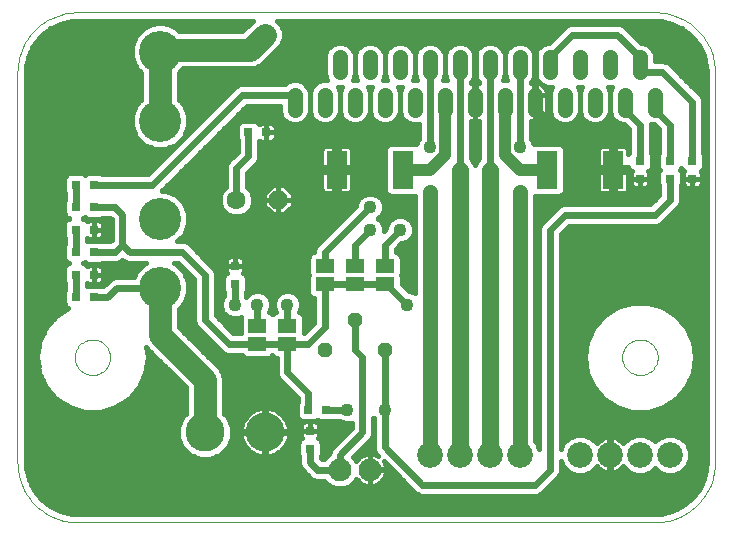
<source format=gtl>
G75*
G70*
%OFA0B0*%
%FSLAX24Y24*%
%IPPOS*%
%LPD*%
%AMOC8*
5,1,8,0,0,1.08239X$1,22.5*
%
%ADD10C,0.0000*%
%ADD11C,0.0500*%
%ADD12R,0.0300X0.0300*%
%ADD13R,0.0709X0.1260*%
%ADD14C,0.0860*%
%ADD15R,0.0630X0.0460*%
%ADD16OC8,0.0480*%
%ADD17OC8,0.0630*%
%ADD18C,0.0630*%
%ADD19C,0.0760*%
%ADD20C,0.1400*%
%ADD21C,0.1300*%
%ADD22C,0.0160*%
%ADD23C,0.0240*%
%ADD24C,0.0320*%
%ADD25C,0.0436*%
%ADD26C,0.0760*%
%ADD27C,0.0400*%
%ADD28C,0.0560*%
D10*
X002680Y000680D02*
X021930Y000680D01*
X022025Y000682D01*
X022120Y000689D01*
X022215Y000700D01*
X022309Y000716D01*
X022402Y000736D01*
X022493Y000761D01*
X022584Y000790D01*
X022673Y000823D01*
X022761Y000861D01*
X022846Y000902D01*
X022930Y000948D01*
X023011Y000997D01*
X023090Y001051D01*
X023166Y001108D01*
X023240Y001169D01*
X023310Y001233D01*
X023377Y001300D01*
X023441Y001370D01*
X023502Y001444D01*
X023559Y001520D01*
X023613Y001599D01*
X023662Y001680D01*
X023708Y001764D01*
X023749Y001849D01*
X023787Y001937D01*
X023820Y002026D01*
X023849Y002117D01*
X023874Y002208D01*
X023894Y002301D01*
X023910Y002395D01*
X023921Y002490D01*
X023928Y002585D01*
X023930Y002680D01*
X023930Y015680D01*
X023928Y015775D01*
X023921Y015870D01*
X023910Y015965D01*
X023894Y016059D01*
X023874Y016152D01*
X023849Y016243D01*
X023820Y016334D01*
X023787Y016423D01*
X023749Y016511D01*
X023708Y016596D01*
X023662Y016680D01*
X023613Y016761D01*
X023559Y016840D01*
X023502Y016916D01*
X023441Y016990D01*
X023377Y017060D01*
X023310Y017127D01*
X023240Y017191D01*
X023166Y017252D01*
X023090Y017309D01*
X023011Y017363D01*
X022930Y017412D01*
X022846Y017458D01*
X022761Y017499D01*
X022673Y017537D01*
X022584Y017570D01*
X022493Y017599D01*
X022402Y017624D01*
X022309Y017644D01*
X022215Y017660D01*
X022120Y017671D01*
X022025Y017678D01*
X021930Y017680D01*
X002680Y017680D01*
X002585Y017678D01*
X002490Y017671D01*
X002395Y017660D01*
X002301Y017644D01*
X002208Y017624D01*
X002117Y017599D01*
X002026Y017570D01*
X001937Y017537D01*
X001849Y017499D01*
X001764Y017458D01*
X001680Y017412D01*
X001599Y017363D01*
X001520Y017309D01*
X001444Y017252D01*
X001370Y017191D01*
X001300Y017127D01*
X001233Y017060D01*
X001169Y016990D01*
X001108Y016916D01*
X001051Y016840D01*
X000997Y016761D01*
X000948Y016680D01*
X000902Y016596D01*
X000861Y016511D01*
X000823Y016423D01*
X000790Y016334D01*
X000761Y016243D01*
X000736Y016152D01*
X000716Y016059D01*
X000700Y015965D01*
X000689Y015870D01*
X000682Y015775D01*
X000680Y015680D01*
X000680Y002680D01*
X000682Y002585D01*
X000689Y002490D01*
X000700Y002395D01*
X000716Y002301D01*
X000736Y002208D01*
X000761Y002117D01*
X000790Y002026D01*
X000823Y001937D01*
X000861Y001849D01*
X000902Y001764D01*
X000948Y001680D01*
X000997Y001599D01*
X001051Y001520D01*
X001108Y001444D01*
X001169Y001370D01*
X001233Y001300D01*
X001300Y001233D01*
X001370Y001169D01*
X001444Y001108D01*
X001520Y001051D01*
X001599Y000997D01*
X001680Y000948D01*
X001764Y000902D01*
X001849Y000861D01*
X001937Y000823D01*
X002026Y000790D01*
X002117Y000761D01*
X002208Y000736D01*
X002301Y000716D01*
X002395Y000700D01*
X002490Y000689D01*
X002585Y000682D01*
X002680Y000680D01*
X002589Y006180D02*
X002591Y006228D01*
X002597Y006276D01*
X002607Y006323D01*
X002620Y006369D01*
X002638Y006414D01*
X002658Y006458D01*
X002683Y006500D01*
X002711Y006539D01*
X002741Y006576D01*
X002775Y006610D01*
X002812Y006642D01*
X002850Y006671D01*
X002891Y006696D01*
X002934Y006718D01*
X002979Y006736D01*
X003025Y006750D01*
X003072Y006761D01*
X003120Y006768D01*
X003168Y006771D01*
X003216Y006770D01*
X003264Y006765D01*
X003312Y006756D01*
X003358Y006744D01*
X003403Y006727D01*
X003447Y006707D01*
X003489Y006684D01*
X003529Y006657D01*
X003567Y006627D01*
X003602Y006594D01*
X003634Y006558D01*
X003664Y006520D01*
X003690Y006479D01*
X003712Y006436D01*
X003732Y006392D01*
X003747Y006347D01*
X003759Y006300D01*
X003767Y006252D01*
X003771Y006204D01*
X003771Y006156D01*
X003767Y006108D01*
X003759Y006060D01*
X003747Y006013D01*
X003732Y005968D01*
X003712Y005924D01*
X003690Y005881D01*
X003664Y005840D01*
X003634Y005802D01*
X003602Y005766D01*
X003567Y005733D01*
X003529Y005703D01*
X003489Y005676D01*
X003447Y005653D01*
X003403Y005633D01*
X003358Y005616D01*
X003312Y005604D01*
X003264Y005595D01*
X003216Y005590D01*
X003168Y005589D01*
X003120Y005592D01*
X003072Y005599D01*
X003025Y005610D01*
X002979Y005624D01*
X002934Y005642D01*
X002891Y005664D01*
X002850Y005689D01*
X002812Y005718D01*
X002775Y005750D01*
X002741Y005784D01*
X002711Y005821D01*
X002683Y005860D01*
X002658Y005902D01*
X002638Y005946D01*
X002620Y005991D01*
X002607Y006037D01*
X002597Y006084D01*
X002591Y006132D01*
X002589Y006180D01*
X020839Y006180D02*
X020841Y006228D01*
X020847Y006276D01*
X020857Y006323D01*
X020870Y006369D01*
X020888Y006414D01*
X020908Y006458D01*
X020933Y006500D01*
X020961Y006539D01*
X020991Y006576D01*
X021025Y006610D01*
X021062Y006642D01*
X021100Y006671D01*
X021141Y006696D01*
X021184Y006718D01*
X021229Y006736D01*
X021275Y006750D01*
X021322Y006761D01*
X021370Y006768D01*
X021418Y006771D01*
X021466Y006770D01*
X021514Y006765D01*
X021562Y006756D01*
X021608Y006744D01*
X021653Y006727D01*
X021697Y006707D01*
X021739Y006684D01*
X021779Y006657D01*
X021817Y006627D01*
X021852Y006594D01*
X021884Y006558D01*
X021914Y006520D01*
X021940Y006479D01*
X021962Y006436D01*
X021982Y006392D01*
X021997Y006347D01*
X022009Y006300D01*
X022017Y006252D01*
X022021Y006204D01*
X022021Y006156D01*
X022017Y006108D01*
X022009Y006060D01*
X021997Y006013D01*
X021982Y005968D01*
X021962Y005924D01*
X021940Y005881D01*
X021914Y005840D01*
X021884Y005802D01*
X021852Y005766D01*
X021817Y005733D01*
X021779Y005703D01*
X021739Y005676D01*
X021697Y005653D01*
X021653Y005633D01*
X021608Y005616D01*
X021562Y005604D01*
X021514Y005595D01*
X021466Y005590D01*
X021418Y005589D01*
X021370Y005592D01*
X021322Y005599D01*
X021275Y005610D01*
X021229Y005624D01*
X021184Y005642D01*
X021141Y005664D01*
X021100Y005689D01*
X021062Y005718D01*
X021025Y005750D01*
X020991Y005784D01*
X020961Y005821D01*
X020933Y005860D01*
X020908Y005902D01*
X020888Y005946D01*
X020870Y005991D01*
X020857Y006037D01*
X020847Y006084D01*
X020841Y006132D01*
X020839Y006180D01*
D11*
X017430Y002930D02*
X017430Y011680D01*
X014430Y011680D02*
X014430Y002930D01*
X013930Y014430D02*
X013930Y014930D01*
X013430Y015680D02*
X013430Y016180D01*
X012430Y016180D02*
X012430Y015680D01*
X011930Y014930D02*
X011930Y014430D01*
X010930Y014430D02*
X010930Y014930D01*
X010430Y015680D02*
X010430Y016180D01*
X011430Y016180D02*
X011430Y015680D01*
X009930Y014930D02*
X009930Y014430D01*
X012930Y014430D02*
X012930Y014930D01*
X014430Y015680D02*
X014430Y016180D01*
X015430Y016180D02*
X015430Y015680D01*
X014930Y014930D02*
X014930Y014430D01*
X015930Y014430D02*
X015930Y014930D01*
X016430Y015680D02*
X016430Y016180D01*
X017430Y016180D02*
X017430Y015680D01*
X016930Y014930D02*
X016930Y014430D01*
X017930Y014430D02*
X017930Y014930D01*
X018430Y015680D02*
X018430Y016180D01*
X019430Y016180D02*
X019430Y015680D01*
X018930Y014930D02*
X018930Y014430D01*
X019930Y014430D02*
X019930Y014930D01*
X020430Y015680D02*
X020430Y016180D01*
X021430Y016180D02*
X021430Y015680D01*
X020930Y014930D02*
X020930Y014430D01*
X021930Y014430D02*
X021930Y014930D01*
D12*
X021430Y012730D03*
X021430Y012130D03*
X022430Y012130D03*
X022430Y012730D03*
X023180Y012730D03*
X023180Y012130D03*
X010980Y004430D03*
X010380Y004430D03*
X010430Y003730D03*
X010430Y003130D03*
X003230Y008180D03*
X002630Y008180D03*
X002630Y008930D03*
X003230Y008930D03*
X003230Y009680D03*
X002630Y009680D03*
X002630Y010430D03*
X003230Y010430D03*
X003230Y011180D03*
X002630Y011180D03*
X002630Y011930D03*
X003230Y011930D03*
X007930Y009230D03*
X007930Y008630D03*
X008380Y013680D03*
X008980Y013680D03*
D13*
X011328Y012430D03*
X013532Y012430D03*
X018328Y012430D03*
X020532Y012430D03*
D14*
X020430Y002930D03*
X021430Y002930D03*
X022430Y002930D03*
X019430Y002930D03*
X017430Y002930D03*
X016430Y002930D03*
X015430Y002930D03*
X014430Y002930D03*
D15*
X009680Y006630D03*
X009680Y007230D03*
X008680Y007230D03*
X008680Y006630D03*
X010930Y008630D03*
X010930Y009230D03*
X011930Y009230D03*
X011930Y008630D03*
X012930Y008630D03*
X012930Y009230D03*
D16*
X011930Y007430D03*
X010940Y006430D03*
X012920Y006430D03*
D17*
X009380Y011430D03*
D18*
X007980Y011430D03*
D19*
X011430Y002430D03*
X012430Y002430D03*
D20*
X005430Y008493D03*
X005430Y010793D03*
X005430Y014067D03*
X005430Y016367D03*
D21*
X006930Y003680D03*
X008930Y003680D03*
D22*
X001464Y001464D02*
X001224Y001765D01*
X001057Y002112D01*
X000971Y002487D01*
X000960Y002680D01*
X000960Y015680D01*
X000971Y015873D01*
X001057Y016248D01*
X001224Y016595D01*
X001464Y016896D01*
X001765Y017136D01*
X002112Y017303D01*
X002487Y017389D01*
X002680Y017400D01*
X008523Y017400D01*
X008173Y017050D01*
X006076Y017050D01*
X005962Y017164D01*
X005617Y017307D01*
X005243Y017307D01*
X004898Y017164D01*
X004633Y016899D01*
X004490Y016554D01*
X004490Y016180D01*
X004633Y015835D01*
X004810Y015658D01*
X004810Y014776D01*
X004633Y014599D01*
X004490Y014254D01*
X004490Y013880D01*
X004633Y013535D01*
X004898Y013270D01*
X005243Y013127D01*
X005617Y013127D01*
X005962Y013270D01*
X006227Y013535D01*
X006370Y013880D01*
X006370Y014254D01*
X006227Y014599D01*
X006050Y014776D01*
X006050Y015658D01*
X006202Y015810D01*
X008553Y015810D01*
X008781Y015904D01*
X009456Y016579D01*
X009550Y016807D01*
X009550Y017053D01*
X009456Y017281D01*
X009337Y017400D01*
X021930Y017400D01*
X022123Y017389D01*
X022498Y017303D01*
X022845Y017136D01*
X023146Y016896D01*
X023386Y016595D01*
X023386Y016595D01*
X023553Y016248D01*
X023639Y015873D01*
X023650Y015680D01*
X023650Y002680D01*
X023639Y002487D01*
X023553Y002112D01*
X023386Y001765D01*
X023146Y001464D01*
X022845Y001224D01*
X022498Y001057D01*
X022123Y000971D01*
X021930Y000960D01*
X021874Y000960D01*
X002680Y000960D01*
X002487Y000971D01*
X002112Y001057D01*
X001765Y001224D01*
X001464Y001464D01*
X001484Y001448D02*
X023126Y001448D01*
X023260Y001607D02*
X018090Y001607D01*
X018134Y001625D02*
X018735Y002226D01*
X018790Y002358D01*
X018790Y002724D01*
X018862Y002550D01*
X019050Y002362D01*
X019297Y002260D01*
X019563Y002260D01*
X019810Y002362D01*
X019987Y002539D01*
X020046Y002480D01*
X020121Y002425D01*
X020204Y002383D01*
X020292Y002355D01*
X020384Y002340D01*
X020402Y002340D01*
X020402Y002902D01*
X020458Y002902D01*
X020458Y002340D01*
X020476Y002340D01*
X020568Y002355D01*
X020656Y002383D01*
X020739Y002425D01*
X020814Y002480D01*
X020873Y002539D01*
X021050Y002362D01*
X021297Y002260D01*
X021563Y002260D01*
X021810Y002362D01*
X021930Y002482D01*
X022050Y002362D01*
X022297Y002260D01*
X022563Y002260D01*
X022810Y002362D01*
X022998Y002550D01*
X023100Y002797D01*
X023100Y003063D01*
X022998Y003310D01*
X022810Y003498D01*
X022563Y003600D01*
X022297Y003600D01*
X022050Y003498D01*
X021930Y003378D01*
X021810Y003498D01*
X021563Y003600D01*
X021297Y003600D01*
X021050Y003498D01*
X020873Y003321D01*
X020814Y003380D01*
X020739Y003435D01*
X020656Y003477D01*
X020568Y003505D01*
X020476Y003520D01*
X020458Y003520D01*
X020458Y002958D01*
X020402Y002958D01*
X020402Y003520D01*
X020384Y003520D01*
X020292Y003505D01*
X020204Y003477D01*
X020121Y003435D01*
X020046Y003380D01*
X019987Y003321D01*
X019810Y003498D01*
X019563Y003600D01*
X019297Y003600D01*
X019050Y003498D01*
X018862Y003310D01*
X018790Y003136D01*
X018790Y010281D01*
X019079Y010570D01*
X022002Y010570D01*
X022134Y010625D01*
X022634Y011125D01*
X022735Y011226D01*
X022790Y011358D01*
X022790Y011860D01*
X022820Y011932D01*
X022820Y012328D01*
X022783Y012416D01*
X022769Y012430D01*
X022783Y012444D01*
X022805Y012496D01*
X022827Y012444D01*
X022894Y012377D01*
X022900Y012374D01*
X022881Y012342D01*
X022870Y012301D01*
X022870Y012130D01*
X023180Y012130D01*
X023490Y012130D01*
X023490Y012301D01*
X023479Y012342D01*
X023460Y012374D01*
X023466Y012377D01*
X023533Y012444D01*
X023570Y012532D01*
X023570Y012928D01*
X023540Y013000D01*
X023540Y014752D01*
X023485Y014884D01*
X022485Y015884D01*
X022384Y015985D01*
X022252Y016040D01*
X021920Y016040D01*
X021920Y016277D01*
X021845Y016458D01*
X021708Y016595D01*
X021527Y016670D01*
X021449Y016670D01*
X020985Y017134D01*
X020884Y017235D01*
X020752Y017290D01*
X019108Y017290D01*
X018976Y017235D01*
X018411Y016670D01*
X018333Y016670D01*
X018152Y016595D01*
X018015Y016458D01*
X017940Y016277D01*
X017940Y015583D01*
X018015Y015402D01*
X018128Y015290D01*
X018087Y015310D01*
X018026Y015330D01*
X017962Y015340D01*
X017930Y015340D01*
X017930Y014930D01*
X017930Y014930D01*
X018340Y014930D01*
X018340Y014962D01*
X018330Y015026D01*
X018310Y015087D01*
X018281Y015145D01*
X018243Y015197D01*
X018197Y015243D01*
X018186Y015251D01*
X018333Y015190D01*
X018507Y015190D01*
X018440Y015027D01*
X018440Y014333D01*
X018515Y014152D01*
X018652Y014015D01*
X018833Y013940D01*
X019027Y013940D01*
X019208Y014015D01*
X019345Y014152D01*
X019420Y014333D01*
X019420Y015027D01*
X019353Y015190D01*
X019507Y015190D01*
X019440Y015027D01*
X019440Y014333D01*
X019515Y014152D01*
X019652Y014015D01*
X019833Y013940D01*
X020027Y013940D01*
X020208Y014015D01*
X020345Y014152D01*
X020420Y014333D01*
X020420Y015027D01*
X020353Y015190D01*
X020507Y015190D01*
X020440Y015027D01*
X020440Y014333D01*
X020515Y014152D01*
X020652Y014015D01*
X020833Y013940D01*
X020911Y013940D01*
X021070Y013781D01*
X021070Y013000D01*
X021047Y012944D01*
X021047Y013081D01*
X021036Y013122D01*
X021015Y013158D01*
X020985Y013188D01*
X020948Y013209D01*
X020908Y013220D01*
X020612Y013220D01*
X020612Y012510D01*
X020452Y012510D01*
X020452Y012350D01*
X020018Y012350D01*
X020018Y011779D01*
X020029Y011738D01*
X020050Y011702D01*
X020080Y011672D01*
X020116Y011651D01*
X020157Y011640D01*
X020452Y011640D01*
X020452Y012350D01*
X020612Y012350D01*
X020612Y011640D01*
X020908Y011640D01*
X020948Y011651D01*
X020985Y011672D01*
X021015Y011702D01*
X021036Y011738D01*
X021047Y011779D01*
X021047Y012350D01*
X020612Y012350D01*
X020612Y012510D01*
X021047Y012510D01*
X021047Y012516D01*
X021077Y012444D01*
X021144Y012377D01*
X021150Y012374D01*
X021131Y012342D01*
X021120Y012301D01*
X021120Y012130D01*
X021430Y012130D01*
X021740Y012130D01*
X021740Y012301D01*
X021729Y012342D01*
X021710Y012374D01*
X021716Y012377D01*
X021783Y012444D01*
X021820Y012532D01*
X021820Y012928D01*
X021790Y013000D01*
X021790Y013958D01*
X021833Y013940D01*
X021911Y013940D01*
X022070Y013781D01*
X022070Y013000D01*
X022040Y012928D01*
X022040Y012532D01*
X022077Y012444D01*
X022091Y012430D01*
X022077Y012416D01*
X022040Y012328D01*
X022040Y011932D01*
X022070Y011860D01*
X022070Y011579D01*
X021781Y011290D01*
X018858Y011290D01*
X018726Y011235D01*
X018625Y011134D01*
X018625Y011134D01*
X018125Y010634D01*
X018070Y010502D01*
X018070Y003136D01*
X017998Y003310D01*
X017920Y003388D01*
X017920Y011562D01*
X017926Y011560D01*
X018730Y011560D01*
X018818Y011597D01*
X018885Y011664D01*
X018922Y011752D01*
X018922Y013108D01*
X018885Y013196D01*
X018818Y013263D01*
X018730Y013300D01*
X017926Y013300D01*
X017883Y013282D01*
X017818Y013439D01*
X017790Y013468D01*
X017790Y014044D01*
X017834Y014030D01*
X017898Y014020D01*
X017930Y014020D01*
X017962Y014020D01*
X018026Y014030D01*
X018087Y014050D01*
X018145Y014079D01*
X018197Y014117D01*
X018243Y014163D01*
X018281Y014215D01*
X018310Y014273D01*
X018330Y014334D01*
X018340Y014398D01*
X018340Y014930D01*
X017930Y014930D01*
X017930Y014930D01*
X017930Y015340D01*
X017898Y015340D01*
X017834Y015330D01*
X017790Y015316D01*
X017790Y015347D01*
X017845Y015402D01*
X017920Y015583D01*
X017920Y016277D01*
X017845Y016458D01*
X017708Y016595D01*
X017527Y016670D01*
X017333Y016670D01*
X017152Y016595D01*
X017015Y016458D01*
X016940Y016277D01*
X016940Y015583D01*
X017007Y015420D01*
X016853Y015420D01*
X016920Y015583D01*
X016920Y016277D01*
X016845Y016458D01*
X016708Y016595D01*
X016527Y016670D01*
X016333Y016670D01*
X016152Y016595D01*
X016015Y016458D01*
X015940Y016277D01*
X015940Y015583D01*
X016015Y015402D01*
X016070Y015347D01*
X016070Y015316D01*
X016026Y015330D01*
X015962Y015340D01*
X015930Y015340D01*
X015930Y014930D01*
X015930Y014930D01*
X015930Y015340D01*
X015898Y015340D01*
X015834Y015330D01*
X015790Y015316D01*
X015790Y015347D01*
X015845Y015402D01*
X015920Y015583D01*
X015920Y016277D01*
X015845Y016458D01*
X015708Y016595D01*
X015527Y016670D01*
X015333Y016670D01*
X015152Y016595D01*
X015015Y016458D01*
X014940Y016277D01*
X014940Y015583D01*
X015007Y015420D01*
X014853Y015420D01*
X014920Y015583D01*
X014920Y016277D01*
X014845Y016458D01*
X014708Y016595D01*
X014527Y016670D01*
X014333Y016670D01*
X014152Y016595D01*
X014015Y016458D01*
X013940Y016277D01*
X013940Y015583D01*
X014007Y015420D01*
X013853Y015420D01*
X013920Y015583D01*
X013920Y016277D01*
X013845Y016458D01*
X013708Y016595D01*
X013527Y016670D01*
X013333Y016670D01*
X013152Y016595D01*
X013015Y016458D01*
X012940Y016277D01*
X012940Y015583D01*
X013007Y015420D01*
X012853Y015420D01*
X012920Y015583D01*
X012920Y016277D01*
X012845Y016458D01*
X012708Y016595D01*
X012527Y016670D01*
X012333Y016670D01*
X012152Y016595D01*
X012015Y016458D01*
X011940Y016277D01*
X011940Y015583D01*
X012007Y015420D01*
X011853Y015420D01*
X011920Y015583D01*
X011920Y016277D01*
X011845Y016458D01*
X011708Y016595D01*
X011527Y016670D01*
X011333Y016670D01*
X011152Y016595D01*
X011015Y016458D01*
X010940Y016277D01*
X010940Y015583D01*
X011007Y015420D01*
X010833Y015420D01*
X010652Y015345D01*
X010515Y015208D01*
X010440Y015027D01*
X010440Y014333D01*
X010515Y014152D01*
X010652Y014015D01*
X010833Y013940D01*
X011027Y013940D01*
X011208Y014015D01*
X011345Y014152D01*
X011420Y014333D01*
X011420Y015027D01*
X011353Y015190D01*
X011507Y015190D01*
X011440Y015027D01*
X011440Y014333D01*
X011515Y014152D01*
X011652Y014015D01*
X011833Y013940D01*
X012027Y013940D01*
X012208Y014015D01*
X012345Y014152D01*
X012420Y014333D01*
X012420Y015027D01*
X012353Y015190D01*
X012507Y015190D01*
X012440Y015027D01*
X012440Y014333D01*
X012515Y014152D01*
X012652Y014015D01*
X012833Y013940D01*
X013027Y013940D01*
X013208Y014015D01*
X013345Y014152D01*
X013420Y014333D01*
X013420Y015027D01*
X013353Y015190D01*
X013507Y015190D01*
X013440Y015027D01*
X013440Y014333D01*
X013515Y014152D01*
X013652Y014015D01*
X013833Y013940D01*
X014027Y013940D01*
X014070Y013958D01*
X014070Y013468D01*
X014042Y013439D01*
X013977Y013282D01*
X013934Y013300D01*
X013130Y013300D01*
X013042Y013263D01*
X012975Y013196D01*
X012938Y013108D01*
X012938Y011752D01*
X012975Y011664D01*
X013042Y011597D01*
X013130Y011560D01*
X013934Y011560D01*
X013940Y011562D01*
X013940Y008318D01*
X013939Y008318D01*
X013771Y008388D01*
X013731Y008388D01*
X013485Y008634D01*
X013485Y008908D01*
X013476Y008930D01*
X013485Y008952D01*
X013485Y009508D01*
X013448Y009596D01*
X013381Y009663D01*
X013293Y009700D01*
X013290Y009700D01*
X013290Y009781D01*
X013481Y009972D01*
X013521Y009972D01*
X013689Y010042D01*
X013818Y010171D01*
X013888Y010339D01*
X013888Y010521D01*
X013818Y010689D01*
X013689Y010818D01*
X013521Y010888D01*
X013339Y010888D01*
X013171Y010818D01*
X013042Y010689D01*
X012972Y010521D01*
X012972Y010481D01*
X012888Y010397D01*
X012888Y010521D01*
X012818Y010689D01*
X012703Y010805D01*
X012818Y010921D01*
X012888Y011089D01*
X012888Y011271D01*
X012818Y011439D01*
X012689Y011568D01*
X012521Y011638D01*
X012339Y011638D01*
X012171Y011568D01*
X012042Y011439D01*
X011972Y011271D01*
X011972Y011231D01*
X010625Y009884D01*
X010570Y009752D01*
X010570Y009700D01*
X010567Y009700D01*
X010479Y009663D01*
X010412Y009596D01*
X010375Y009508D01*
X010375Y008952D01*
X010384Y008930D01*
X010375Y008908D01*
X010375Y008352D01*
X010412Y008264D01*
X010479Y008197D01*
X010567Y008160D01*
X010570Y008160D01*
X010570Y007329D01*
X010235Y006994D01*
X010235Y007508D01*
X010198Y007596D01*
X010131Y007663D01*
X010075Y007687D01*
X010138Y007839D01*
X010138Y008021D01*
X010068Y008189D01*
X009939Y008318D01*
X009771Y008388D01*
X009589Y008388D01*
X009421Y008318D01*
X009292Y008189D01*
X009222Y008021D01*
X009222Y007839D01*
X009285Y007687D01*
X009229Y007663D01*
X009180Y007614D01*
X009131Y007663D01*
X009075Y007687D01*
X009138Y007839D01*
X009138Y008021D01*
X009068Y008189D01*
X008939Y008318D01*
X008771Y008388D01*
X008589Y008388D01*
X008421Y008318D01*
X008305Y008203D01*
X008290Y008218D01*
X008290Y008360D01*
X008320Y008432D01*
X008320Y008828D01*
X008283Y008916D01*
X008216Y008983D01*
X008210Y008986D01*
X008229Y009018D01*
X008240Y009059D01*
X008240Y009230D01*
X008240Y009401D01*
X008229Y009442D01*
X008208Y009478D01*
X008178Y009508D01*
X008142Y009529D01*
X008101Y009540D01*
X007930Y009540D01*
X007930Y009230D01*
X007930Y009230D01*
X008240Y009230D01*
X007930Y009230D01*
X007930Y009230D01*
X007930Y009230D01*
X007620Y009230D01*
X007620Y009401D01*
X007631Y009442D01*
X007652Y009478D01*
X007682Y009508D01*
X007718Y009529D01*
X007759Y009540D01*
X007930Y009540D01*
X007930Y009230D01*
X007620Y009230D01*
X007620Y009059D01*
X007631Y009018D01*
X007650Y008986D01*
X007644Y008983D01*
X007577Y008916D01*
X007540Y008828D01*
X007540Y008432D01*
X007570Y008360D01*
X007570Y008218D01*
X007542Y008189D01*
X007472Y008021D01*
X007472Y007839D01*
X007542Y007671D01*
X007671Y007542D01*
X007839Y007472D01*
X008021Y007472D01*
X008129Y007516D01*
X008125Y007508D01*
X008125Y006990D01*
X007879Y006990D01*
X007290Y007579D01*
X007290Y009002D01*
X007235Y009134D01*
X006485Y009884D01*
X006384Y009985D01*
X006252Y010040D01*
X006006Y010040D01*
X006227Y010261D01*
X006370Y010606D01*
X006370Y010980D01*
X006227Y011325D01*
X005962Y011590D01*
X005617Y011733D01*
X005492Y011733D01*
X008329Y014570D01*
X009440Y014570D01*
X009440Y014333D01*
X009515Y014152D01*
X009652Y014015D01*
X009833Y013940D01*
X010027Y013940D01*
X010208Y014015D01*
X010345Y014152D01*
X010420Y014333D01*
X010420Y015027D01*
X010345Y015208D01*
X010208Y015345D01*
X010027Y015420D01*
X009833Y015420D01*
X009652Y015345D01*
X009597Y015290D01*
X008108Y015290D01*
X007976Y015235D01*
X007875Y015134D01*
X005031Y012290D01*
X003500Y012290D01*
X003428Y012320D01*
X003032Y012320D01*
X002944Y012283D01*
X002930Y012269D01*
X002916Y012283D01*
X002828Y012320D01*
X002432Y012320D01*
X002344Y012283D01*
X002277Y012216D01*
X002240Y012128D01*
X002240Y011732D01*
X002270Y011660D01*
X002270Y011450D01*
X002240Y011378D01*
X002240Y010982D01*
X002277Y010894D01*
X002344Y010827D01*
X002396Y010805D01*
X002344Y010783D01*
X002277Y010716D01*
X002240Y010628D01*
X002240Y010232D01*
X002270Y010160D01*
X002270Y009950D01*
X002240Y009878D01*
X002240Y009482D01*
X002277Y009394D01*
X002344Y009327D01*
X002396Y009305D01*
X002344Y009283D01*
X002277Y009216D01*
X002240Y009128D01*
X002240Y008732D01*
X002270Y008660D01*
X002270Y008450D01*
X002240Y008378D01*
X002240Y007982D01*
X002277Y007894D01*
X002344Y007827D01*
X002362Y007819D01*
X001975Y007571D01*
X001975Y007571D01*
X001975Y007571D01*
X001632Y007175D01*
X001415Y006698D01*
X001340Y006180D01*
X001340Y006180D01*
X001415Y005662D01*
X001415Y005662D01*
X001632Y005185D01*
X001975Y004789D01*
X001975Y004789D01*
X002416Y004506D01*
X002918Y004359D01*
X003442Y004359D01*
X003944Y004506D01*
X003944Y004506D01*
X004385Y004789D01*
X004385Y004789D01*
X004385Y004789D01*
X004728Y005185D01*
X004728Y005185D01*
X004945Y005662D01*
X005020Y006180D01*
X004972Y006511D01*
X005079Y006404D01*
X006310Y005173D01*
X006310Y004319D01*
X006175Y004184D01*
X006040Y003857D01*
X006040Y003503D01*
X006175Y003176D01*
X006426Y002925D01*
X006753Y002790D01*
X007107Y002790D01*
X007434Y002925D01*
X007685Y003176D01*
X007820Y003503D01*
X007820Y003857D01*
X007685Y004184D01*
X007550Y004319D01*
X007550Y005553D01*
X007456Y005781D01*
X006050Y007187D01*
X006050Y007784D01*
X006227Y007961D01*
X006370Y008306D01*
X006370Y008680D01*
X006227Y009025D01*
X005962Y009290D01*
X005890Y009320D01*
X006031Y009320D01*
X006570Y008781D01*
X006570Y007358D01*
X006625Y007226D01*
X006726Y007125D01*
X007526Y006325D01*
X007658Y006270D01*
X008159Y006270D01*
X008162Y006264D01*
X008229Y006197D01*
X008317Y006160D01*
X009043Y006160D01*
X009131Y006197D01*
X009180Y006246D01*
X009229Y006197D01*
X009317Y006160D01*
X009320Y006160D01*
X009320Y005608D01*
X009375Y005476D01*
X010020Y004831D01*
X010020Y004700D01*
X009990Y004628D01*
X009990Y004232D01*
X010027Y004144D01*
X010094Y004077D01*
X010182Y004040D01*
X010578Y004040D01*
X010666Y004077D01*
X010680Y004091D01*
X010694Y004077D01*
X010782Y004040D01*
X011178Y004040D01*
X011250Y004070D01*
X011392Y004070D01*
X011421Y004042D01*
X011589Y003972D01*
X011771Y003972D01*
X011820Y003992D01*
X011820Y003829D01*
X011125Y003134D01*
X011070Y003002D01*
X011070Y002947D01*
X010913Y002790D01*
X010829Y002790D01*
X010790Y002829D01*
X010790Y002860D01*
X010820Y002932D01*
X010820Y003328D01*
X010783Y003416D01*
X010716Y003483D01*
X010710Y003486D01*
X010729Y003518D01*
X010740Y003559D01*
X010740Y003730D01*
X010740Y003901D01*
X010729Y003942D01*
X010708Y003978D01*
X010678Y004008D01*
X010642Y004029D01*
X010601Y004040D01*
X010430Y004040D01*
X010430Y003730D01*
X010430Y003730D01*
X010740Y003730D01*
X010430Y003730D01*
X010430Y003730D01*
X010430Y003730D01*
X010120Y003730D01*
X010120Y003901D01*
X010131Y003942D01*
X010152Y003978D01*
X010182Y004008D01*
X010218Y004029D01*
X010259Y004040D01*
X010430Y004040D01*
X010430Y003730D01*
X010120Y003730D01*
X010120Y003559D01*
X010131Y003518D01*
X010150Y003486D01*
X010144Y003483D01*
X010077Y003416D01*
X010040Y003328D01*
X010040Y002932D01*
X010070Y002860D01*
X010070Y002608D01*
X010125Y002476D01*
X010375Y002226D01*
X010476Y002125D01*
X010608Y002070D01*
X010913Y002070D01*
X011079Y001904D01*
X011307Y001810D01*
X011553Y001810D01*
X011781Y001904D01*
X011956Y002079D01*
X011978Y002133D01*
X012018Y002078D01*
X012078Y002018D01*
X012147Y001968D01*
X012223Y001930D01*
X012304Y001903D01*
X012388Y001890D01*
X012421Y001890D01*
X012421Y002421D01*
X012439Y002421D01*
X012439Y002439D01*
X012970Y002439D01*
X012970Y002472D01*
X012957Y002556D01*
X012930Y002637D01*
X012896Y002705D01*
X013875Y001726D01*
X013976Y001625D01*
X014108Y001570D01*
X018002Y001570D01*
X018134Y001625D01*
X018274Y001765D02*
X023386Y001765D01*
X023463Y001924D02*
X018433Y001924D01*
X018591Y002082D02*
X023539Y002082D01*
X023583Y002241D02*
X018741Y002241D01*
X018790Y002399D02*
X019013Y002399D01*
X018859Y002558D02*
X018790Y002558D01*
X018790Y002716D02*
X018793Y002716D01*
X018790Y003192D02*
X018813Y003192D01*
X018790Y003350D02*
X018902Y003350D01*
X018790Y003509D02*
X019076Y003509D01*
X018790Y003667D02*
X023650Y003667D01*
X023650Y003509D02*
X022784Y003509D01*
X022958Y003350D02*
X023650Y003350D01*
X023650Y003192D02*
X023047Y003192D01*
X023100Y003033D02*
X023650Y003033D01*
X023650Y002875D02*
X023100Y002875D01*
X023067Y002716D02*
X023650Y002716D01*
X023643Y002558D02*
X023001Y002558D01*
X022847Y002399D02*
X023619Y002399D01*
X022928Y001290D02*
X001682Y001290D01*
X001957Y001131D02*
X022653Y001131D01*
X022130Y000973D02*
X002480Y000973D01*
X001350Y001607D02*
X014020Y001607D01*
X013836Y001765D02*
X001224Y001765D01*
X001147Y001924D02*
X011060Y001924D01*
X010579Y002082D02*
X001071Y002082D01*
X001027Y002241D02*
X010360Y002241D01*
X010202Y002399D02*
X000991Y002399D01*
X000967Y002558D02*
X010091Y002558D01*
X010070Y002716D02*
X000960Y002716D01*
X000960Y002875D02*
X006549Y002875D01*
X006318Y003033D02*
X000960Y003033D01*
X000960Y003192D02*
X006169Y003192D01*
X006103Y003350D02*
X000960Y003350D01*
X000960Y003509D02*
X006040Y003509D01*
X006040Y003667D02*
X000960Y003667D01*
X000960Y003826D02*
X006040Y003826D01*
X006093Y003984D02*
X000960Y003984D01*
X000960Y004143D02*
X006158Y004143D01*
X006292Y004301D02*
X000960Y004301D01*
X000960Y004460D02*
X002575Y004460D01*
X002416Y004506D02*
X002416Y004506D01*
X002242Y004618D02*
X000960Y004618D01*
X000960Y004777D02*
X001995Y004777D01*
X001849Y004935D02*
X000960Y004935D01*
X000960Y005094D02*
X001712Y005094D01*
X001632Y005185D02*
X001632Y005185D01*
X001602Y005252D02*
X000960Y005252D01*
X000960Y005411D02*
X001529Y005411D01*
X001457Y005569D02*
X000960Y005569D01*
X000960Y005728D02*
X001405Y005728D01*
X001382Y005886D02*
X000960Y005886D01*
X000960Y006045D02*
X001359Y006045D01*
X001343Y006203D02*
X000960Y006203D01*
X000960Y006362D02*
X001366Y006362D01*
X001389Y006520D02*
X000960Y006520D01*
X000960Y006679D02*
X001412Y006679D01*
X001415Y006698D02*
X001415Y006698D01*
X001478Y006837D02*
X000960Y006837D01*
X000960Y006996D02*
X001550Y006996D01*
X001623Y007154D02*
X000960Y007154D01*
X000960Y007313D02*
X001751Y007313D01*
X001632Y007175D02*
X001632Y007175D01*
X001889Y007471D02*
X000960Y007471D01*
X000960Y007630D02*
X002067Y007630D01*
X002313Y007788D02*
X000960Y007788D01*
X000960Y007947D02*
X002255Y007947D01*
X002240Y008105D02*
X000960Y008105D01*
X000960Y008264D02*
X002240Y008264D01*
X002258Y008422D02*
X000960Y008422D01*
X000960Y008581D02*
X002270Y008581D01*
X002240Y008739D02*
X000960Y008739D01*
X000960Y008898D02*
X002240Y008898D01*
X002240Y009056D02*
X000960Y009056D01*
X000960Y009215D02*
X002276Y009215D01*
X002298Y009373D02*
X000960Y009373D01*
X000960Y009532D02*
X002240Y009532D01*
X002240Y009690D02*
X000960Y009690D01*
X000960Y009849D02*
X002240Y009849D01*
X002270Y010007D02*
X000960Y010007D01*
X000960Y010166D02*
X002268Y010166D01*
X002240Y010324D02*
X000960Y010324D01*
X000960Y010483D02*
X002240Y010483D01*
X002246Y010641D02*
X000960Y010641D01*
X000960Y010800D02*
X002383Y010800D01*
X002250Y010958D02*
X000960Y010958D01*
X000960Y011117D02*
X002240Y011117D01*
X002240Y011275D02*
X000960Y011275D01*
X000960Y011434D02*
X002263Y011434D01*
X002270Y011592D02*
X000960Y011592D01*
X000960Y011751D02*
X002240Y011751D01*
X002240Y011909D02*
X000960Y011909D01*
X000960Y012068D02*
X002240Y012068D01*
X002287Y012226D02*
X000960Y012226D01*
X000960Y012385D02*
X005125Y012385D01*
X005284Y012543D02*
X000960Y012543D01*
X000960Y012702D02*
X005442Y012702D01*
X005601Y012860D02*
X000960Y012860D01*
X000960Y013019D02*
X005759Y013019D01*
X005738Y013177D02*
X005918Y013177D01*
X006028Y013336D02*
X006076Y013336D01*
X006186Y013494D02*
X006235Y013494D01*
X006276Y013653D02*
X006393Y013653D01*
X006341Y013811D02*
X006552Y013811D01*
X006710Y013970D02*
X006370Y013970D01*
X006370Y014128D02*
X006869Y014128D01*
X007027Y014287D02*
X006357Y014287D01*
X006291Y014445D02*
X007186Y014445D01*
X007344Y014604D02*
X006223Y014604D01*
X006064Y014762D02*
X007503Y014762D01*
X007661Y014921D02*
X006050Y014921D01*
X006050Y015079D02*
X007820Y015079D01*
X007982Y015238D02*
X006050Y015238D01*
X006050Y015396D02*
X009775Y015396D01*
X010085Y015396D02*
X010775Y015396D01*
X010952Y015555D02*
X006050Y015555D01*
X006105Y015713D02*
X010940Y015713D01*
X010940Y015872D02*
X008702Y015872D01*
X008907Y016030D02*
X010940Y016030D01*
X010940Y016189D02*
X009065Y016189D01*
X009224Y016347D02*
X010969Y016347D01*
X011063Y016506D02*
X009382Y016506D01*
X009491Y016664D02*
X011318Y016664D01*
X011542Y016664D02*
X012318Y016664D01*
X012542Y016664D02*
X013318Y016664D01*
X013542Y016664D02*
X014318Y016664D01*
X014542Y016664D02*
X015318Y016664D01*
X015542Y016664D02*
X016318Y016664D01*
X016542Y016664D02*
X017318Y016664D01*
X017542Y016664D02*
X018318Y016664D01*
X018563Y016823D02*
X009550Y016823D01*
X009550Y016981D02*
X018722Y016981D01*
X018880Y017140D02*
X009514Y017140D01*
X009439Y017298D02*
X022509Y017298D01*
X022839Y017140D02*
X020980Y017140D01*
X021138Y016981D02*
X023040Y016981D01*
X023205Y016823D02*
X021297Y016823D01*
X021542Y016664D02*
X023331Y016664D01*
X023430Y016506D02*
X021797Y016506D01*
X021891Y016347D02*
X023506Y016347D01*
X023567Y016189D02*
X021920Y016189D01*
X022276Y016030D02*
X023603Y016030D01*
X023639Y015872D02*
X022498Y015872D01*
X022656Y015713D02*
X023648Y015713D01*
X023650Y015555D02*
X022815Y015555D01*
X022973Y015396D02*
X023650Y015396D01*
X023650Y015238D02*
X023132Y015238D01*
X023290Y015079D02*
X023650Y015079D01*
X023650Y014921D02*
X023449Y014921D01*
X023536Y014762D02*
X023650Y014762D01*
X023650Y014604D02*
X023540Y014604D01*
X023540Y014445D02*
X023650Y014445D01*
X023650Y014287D02*
X023540Y014287D01*
X023540Y014128D02*
X023650Y014128D01*
X023650Y013970D02*
X023540Y013970D01*
X023540Y013811D02*
X023650Y013811D01*
X023650Y013653D02*
X023540Y013653D01*
X023540Y013494D02*
X023650Y013494D01*
X023650Y013336D02*
X023540Y013336D01*
X023540Y013177D02*
X023650Y013177D01*
X023650Y013019D02*
X023540Y013019D01*
X023570Y012860D02*
X023650Y012860D01*
X023650Y012702D02*
X023570Y012702D01*
X023570Y012543D02*
X023650Y012543D01*
X023650Y012385D02*
X023474Y012385D01*
X023490Y012226D02*
X023650Y012226D01*
X023650Y012068D02*
X023490Y012068D01*
X023490Y012130D02*
X023490Y011959D01*
X023479Y011918D01*
X023458Y011882D01*
X023428Y011852D01*
X023392Y011831D01*
X023351Y011820D01*
X023180Y011820D01*
X023180Y012130D01*
X023180Y012130D01*
X023490Y012130D01*
X023180Y012130D02*
X023180Y012130D01*
X023180Y012130D01*
X023180Y011820D01*
X023009Y011820D01*
X022968Y011831D01*
X022932Y011852D01*
X022902Y011882D01*
X022881Y011918D01*
X022870Y011959D01*
X022870Y012130D01*
X023180Y012130D01*
X023180Y012068D02*
X023180Y012068D01*
X023180Y011909D02*
X023180Y011909D01*
X023474Y011909D02*
X023650Y011909D01*
X023650Y011751D02*
X022790Y011751D01*
X022790Y011592D02*
X023650Y011592D01*
X023650Y011434D02*
X022790Y011434D01*
X022755Y011275D02*
X023650Y011275D01*
X023650Y011117D02*
X022626Y011117D01*
X022467Y010958D02*
X023650Y010958D01*
X023650Y010800D02*
X022309Y010800D01*
X022150Y010641D02*
X023650Y010641D01*
X023650Y010483D02*
X018992Y010483D01*
X018833Y010324D02*
X023650Y010324D01*
X023650Y010166D02*
X018790Y010166D01*
X018790Y010007D02*
X023650Y010007D01*
X023650Y009849D02*
X018790Y009849D01*
X018790Y009690D02*
X023650Y009690D01*
X023650Y009532D02*
X018790Y009532D01*
X018790Y009373D02*
X023650Y009373D01*
X023650Y009215D02*
X018790Y009215D01*
X018790Y009056D02*
X023650Y009056D01*
X023650Y008898D02*
X018790Y008898D01*
X018790Y008739D02*
X023650Y008739D01*
X023650Y008581D02*
X018790Y008581D01*
X018790Y008422D02*
X023650Y008422D01*
X023650Y008264D02*
X018790Y008264D01*
X018790Y008105D02*
X023650Y008105D01*
X023650Y007947D02*
X021878Y007947D01*
X021692Y008001D02*
X021168Y008001D01*
X020666Y007854D01*
X020666Y007854D01*
X020225Y007571D01*
X020225Y007571D01*
X020225Y007571D01*
X019882Y007175D01*
X019665Y006698D01*
X019590Y006180D01*
X019590Y006180D01*
X019665Y005662D01*
X019665Y005662D01*
X019882Y005185D01*
X020225Y004789D01*
X020225Y004789D01*
X020666Y004506D01*
X021168Y004359D01*
X021692Y004359D01*
X022194Y004506D01*
X022194Y004506D01*
X022635Y004789D01*
X022635Y004789D01*
X022635Y004789D01*
X022978Y005185D01*
X022978Y005185D01*
X023195Y005662D01*
X023270Y006180D01*
X023195Y006698D01*
X022978Y007175D01*
X022635Y007571D01*
X022194Y007854D01*
X021692Y008001D01*
X022194Y007854D02*
X022194Y007854D01*
X022297Y007788D02*
X023650Y007788D01*
X023650Y007630D02*
X022543Y007630D01*
X022635Y007571D02*
X022635Y007571D01*
X022721Y007471D02*
X023650Y007471D01*
X023650Y007313D02*
X022859Y007313D01*
X022978Y007175D02*
X022978Y007175D01*
X022987Y007154D02*
X023650Y007154D01*
X023650Y006996D02*
X023060Y006996D01*
X023132Y006837D02*
X023650Y006837D01*
X023650Y006679D02*
X023198Y006679D01*
X023195Y006698D02*
X023195Y006698D01*
X023221Y006520D02*
X023650Y006520D01*
X023650Y006362D02*
X023244Y006362D01*
X023267Y006203D02*
X023650Y006203D01*
X023650Y006045D02*
X023251Y006045D01*
X023228Y005886D02*
X023650Y005886D01*
X023650Y005728D02*
X023205Y005728D01*
X023195Y005662D02*
X023195Y005662D01*
X023153Y005569D02*
X023650Y005569D01*
X023650Y005411D02*
X023081Y005411D01*
X023008Y005252D02*
X023650Y005252D01*
X023650Y005094D02*
X022898Y005094D01*
X022761Y004935D02*
X023650Y004935D01*
X023650Y004777D02*
X022615Y004777D01*
X022368Y004618D02*
X023650Y004618D01*
X023650Y004460D02*
X022035Y004460D01*
X022076Y003509D02*
X021784Y003509D01*
X021076Y003509D02*
X020549Y003509D01*
X020458Y003509D02*
X020402Y003509D01*
X020311Y003509D02*
X019784Y003509D01*
X019958Y003350D02*
X020016Y003350D01*
X020402Y003350D02*
X020458Y003350D01*
X020458Y003192D02*
X020402Y003192D01*
X020402Y003033D02*
X020458Y003033D01*
X020458Y002875D02*
X020402Y002875D01*
X020402Y002716D02*
X020458Y002716D01*
X020458Y002558D02*
X020402Y002558D01*
X020402Y002399D02*
X020458Y002399D01*
X020687Y002399D02*
X021013Y002399D01*
X021847Y002399D02*
X022013Y002399D01*
X020902Y003350D02*
X020844Y003350D01*
X020173Y002399D02*
X019847Y002399D01*
X018790Y003826D02*
X023650Y003826D01*
X023650Y003984D02*
X018790Y003984D01*
X018790Y004143D02*
X023650Y004143D01*
X023650Y004301D02*
X018790Y004301D01*
X018790Y004460D02*
X020825Y004460D01*
X020492Y004618D02*
X018790Y004618D01*
X018790Y004777D02*
X020245Y004777D01*
X020099Y004935D02*
X018790Y004935D01*
X018790Y005094D02*
X019962Y005094D01*
X019882Y005185D02*
X019882Y005185D01*
X019852Y005252D02*
X018790Y005252D01*
X018790Y005411D02*
X019779Y005411D01*
X019707Y005569D02*
X018790Y005569D01*
X018790Y005728D02*
X019655Y005728D01*
X019632Y005886D02*
X018790Y005886D01*
X018790Y006045D02*
X019609Y006045D01*
X019593Y006203D02*
X018790Y006203D01*
X018790Y006362D02*
X019616Y006362D01*
X019639Y006520D02*
X018790Y006520D01*
X018790Y006679D02*
X019662Y006679D01*
X019665Y006698D02*
X019665Y006698D01*
X019728Y006837D02*
X018790Y006837D01*
X018790Y006996D02*
X019800Y006996D01*
X019873Y007154D02*
X018790Y007154D01*
X018790Y007313D02*
X020001Y007313D01*
X019882Y007175D02*
X019882Y007175D01*
X020139Y007471D02*
X018790Y007471D01*
X018790Y007630D02*
X020317Y007630D01*
X020563Y007788D02*
X018790Y007788D01*
X018790Y007947D02*
X020982Y007947D01*
X018070Y007947D02*
X017920Y007947D01*
X017920Y008105D02*
X018070Y008105D01*
X018070Y008264D02*
X017920Y008264D01*
X017920Y008422D02*
X018070Y008422D01*
X018070Y008581D02*
X017920Y008581D01*
X017920Y008739D02*
X018070Y008739D01*
X018070Y008898D02*
X017920Y008898D01*
X017920Y009056D02*
X018070Y009056D01*
X018070Y009215D02*
X017920Y009215D01*
X017920Y009373D02*
X018070Y009373D01*
X018070Y009532D02*
X017920Y009532D01*
X017920Y009690D02*
X018070Y009690D01*
X018070Y009849D02*
X017920Y009849D01*
X017920Y010007D02*
X018070Y010007D01*
X018070Y010166D02*
X017920Y010166D01*
X017920Y010324D02*
X018070Y010324D01*
X018070Y010483D02*
X017920Y010483D01*
X017920Y010641D02*
X018132Y010641D01*
X018290Y010800D02*
X017920Y010800D01*
X017920Y010958D02*
X018449Y010958D01*
X018607Y011117D02*
X017920Y011117D01*
X017920Y011275D02*
X018822Y011275D01*
X018807Y011592D02*
X022070Y011592D01*
X022070Y011751D02*
X021039Y011751D01*
X021047Y011909D02*
X021136Y011909D01*
X021131Y011918D02*
X021152Y011882D01*
X021182Y011852D01*
X021218Y011831D01*
X021259Y011820D01*
X021430Y011820D01*
X021601Y011820D01*
X021642Y011831D01*
X021678Y011852D01*
X021708Y011882D01*
X021729Y011918D01*
X021740Y011959D01*
X021740Y012130D01*
X021430Y012130D01*
X021430Y012130D01*
X021430Y011820D01*
X021430Y012130D01*
X021430Y012130D01*
X021430Y012130D01*
X021120Y012130D01*
X021120Y011959D01*
X021131Y011918D01*
X021120Y012068D02*
X021047Y012068D01*
X021047Y012226D02*
X021120Y012226D01*
X021136Y012385D02*
X020612Y012385D01*
X020612Y012543D02*
X020452Y012543D01*
X020452Y012510D02*
X020452Y013220D01*
X020157Y013220D01*
X020116Y013209D01*
X020080Y013188D01*
X020050Y013158D01*
X020029Y013122D01*
X020018Y013081D01*
X020018Y012510D01*
X020452Y012510D01*
X020452Y012385D02*
X018922Y012385D01*
X018922Y012543D02*
X020018Y012543D01*
X020018Y012702D02*
X018922Y012702D01*
X018922Y012860D02*
X020018Y012860D01*
X020018Y013019D02*
X018922Y013019D01*
X018893Y013177D02*
X020069Y013177D01*
X020452Y013177D02*
X020612Y013177D01*
X020612Y013019D02*
X020452Y013019D01*
X020452Y012860D02*
X020612Y012860D01*
X020612Y012702D02*
X020452Y012702D01*
X021047Y013019D02*
X021070Y013019D01*
X021070Y013177D02*
X020996Y013177D01*
X021070Y013336D02*
X017861Y013336D01*
X017790Y013494D02*
X021070Y013494D01*
X021070Y013653D02*
X017790Y013653D01*
X017790Y013811D02*
X021040Y013811D01*
X020761Y013970D02*
X020099Y013970D01*
X020321Y014128D02*
X020539Y014128D01*
X020459Y014287D02*
X020401Y014287D01*
X020420Y014445D02*
X020440Y014445D01*
X020440Y014604D02*
X020420Y014604D01*
X020420Y014762D02*
X020440Y014762D01*
X020440Y014921D02*
X020420Y014921D01*
X020399Y015079D02*
X020461Y015079D01*
X019461Y015079D02*
X019399Y015079D01*
X019420Y014921D02*
X019440Y014921D01*
X019440Y014762D02*
X019420Y014762D01*
X019420Y014604D02*
X019440Y014604D01*
X019440Y014445D02*
X019420Y014445D01*
X019401Y014287D02*
X019459Y014287D01*
X019539Y014128D02*
X019321Y014128D01*
X019099Y013970D02*
X019761Y013970D01*
X018761Y013970D02*
X017790Y013970D01*
X017930Y014020D02*
X017930Y014930D01*
X017930Y014020D01*
X017930Y014128D02*
X017930Y014128D01*
X017930Y014287D02*
X017930Y014287D01*
X017930Y014445D02*
X017930Y014445D01*
X017930Y014604D02*
X017930Y014604D01*
X017930Y014762D02*
X017930Y014762D01*
X017930Y014921D02*
X017930Y014921D01*
X017930Y014930D02*
X017930Y014930D01*
X017930Y015079D02*
X017930Y015079D01*
X017930Y015238D02*
X017930Y015238D01*
X017839Y015396D02*
X018021Y015396D01*
X017952Y015555D02*
X017908Y015555D01*
X017920Y015713D02*
X017940Y015713D01*
X017940Y015872D02*
X017920Y015872D01*
X017920Y016030D02*
X017940Y016030D01*
X017940Y016189D02*
X017920Y016189D01*
X017891Y016347D02*
X017969Y016347D01*
X018063Y016506D02*
X017797Y016506D01*
X017063Y016506D02*
X016797Y016506D01*
X016891Y016347D02*
X016969Y016347D01*
X016940Y016189D02*
X016920Y016189D01*
X016920Y016030D02*
X016940Y016030D01*
X016940Y015872D02*
X016920Y015872D01*
X016920Y015713D02*
X016940Y015713D01*
X016952Y015555D02*
X016908Y015555D01*
X016021Y015396D02*
X015839Y015396D01*
X015908Y015555D02*
X015952Y015555D01*
X015940Y015713D02*
X015920Y015713D01*
X015920Y015872D02*
X015940Y015872D01*
X015940Y016030D02*
X015920Y016030D01*
X015920Y016189D02*
X015940Y016189D01*
X015969Y016347D02*
X015891Y016347D01*
X015797Y016506D02*
X016063Y016506D01*
X015063Y016506D02*
X014797Y016506D01*
X014891Y016347D02*
X014969Y016347D01*
X014940Y016189D02*
X014920Y016189D01*
X014920Y016030D02*
X014940Y016030D01*
X014940Y015872D02*
X014920Y015872D01*
X014920Y015713D02*
X014940Y015713D01*
X014952Y015555D02*
X014908Y015555D01*
X013952Y015555D02*
X013908Y015555D01*
X013920Y015713D02*
X013940Y015713D01*
X013940Y015872D02*
X013920Y015872D01*
X013920Y016030D02*
X013940Y016030D01*
X013940Y016189D02*
X013920Y016189D01*
X013891Y016347D02*
X013969Y016347D01*
X014063Y016506D02*
X013797Y016506D01*
X013063Y016506D02*
X012797Y016506D01*
X012891Y016347D02*
X012969Y016347D01*
X012940Y016189D02*
X012920Y016189D01*
X012920Y016030D02*
X012940Y016030D01*
X012940Y015872D02*
X012920Y015872D01*
X012920Y015713D02*
X012940Y015713D01*
X012952Y015555D02*
X012908Y015555D01*
X012461Y015079D02*
X012399Y015079D01*
X012420Y014921D02*
X012440Y014921D01*
X012440Y014762D02*
X012420Y014762D01*
X012420Y014604D02*
X012440Y014604D01*
X012440Y014445D02*
X012420Y014445D01*
X012401Y014287D02*
X012459Y014287D01*
X012539Y014128D02*
X012321Y014128D01*
X012099Y013970D02*
X012761Y013970D01*
X013099Y013970D02*
X013761Y013970D01*
X013539Y014128D02*
X013321Y014128D01*
X013401Y014287D02*
X013459Y014287D01*
X013440Y014445D02*
X013420Y014445D01*
X013420Y014604D02*
X013440Y014604D01*
X013440Y014762D02*
X013420Y014762D01*
X013420Y014921D02*
X013440Y014921D01*
X013461Y015079D02*
X013399Y015079D01*
X011952Y015555D02*
X011908Y015555D01*
X011920Y015713D02*
X011940Y015713D01*
X011940Y015872D02*
X011920Y015872D01*
X011920Y016030D02*
X011940Y016030D01*
X011940Y016189D02*
X011920Y016189D01*
X011891Y016347D02*
X011969Y016347D01*
X012063Y016506D02*
X011797Y016506D01*
X011461Y015079D02*
X011399Y015079D01*
X011420Y014921D02*
X011440Y014921D01*
X011440Y014762D02*
X011420Y014762D01*
X011420Y014604D02*
X011440Y014604D01*
X011440Y014445D02*
X011420Y014445D01*
X011401Y014287D02*
X011459Y014287D01*
X011539Y014128D02*
X011321Y014128D01*
X011099Y013970D02*
X011761Y013970D01*
X011703Y013220D02*
X011408Y013220D01*
X011408Y012510D01*
X011842Y012510D01*
X011842Y013081D01*
X011831Y013122D01*
X011810Y013158D01*
X011780Y013188D01*
X011744Y013209D01*
X011703Y013220D01*
X011791Y013177D02*
X012967Y013177D01*
X012938Y013019D02*
X011842Y013019D01*
X011842Y012860D02*
X012938Y012860D01*
X012938Y012702D02*
X011842Y012702D01*
X011842Y012543D02*
X012938Y012543D01*
X012938Y012385D02*
X011408Y012385D01*
X011408Y012350D02*
X011408Y012510D01*
X011248Y012510D01*
X011248Y013220D01*
X010952Y013220D01*
X010912Y013209D01*
X010875Y013188D01*
X010845Y013158D01*
X010824Y013122D01*
X010813Y013081D01*
X010813Y012510D01*
X011248Y012510D01*
X011248Y012350D01*
X011408Y012350D01*
X011842Y012350D01*
X011842Y011779D01*
X011831Y011738D01*
X011810Y011702D01*
X011780Y011672D01*
X011744Y011651D01*
X011703Y011640D01*
X011408Y011640D01*
X011408Y012350D01*
X011408Y012226D02*
X011248Y012226D01*
X011248Y012350D02*
X011248Y011640D01*
X010952Y011640D01*
X010912Y011651D01*
X010875Y011672D01*
X010845Y011702D01*
X010824Y011738D01*
X010813Y011779D01*
X010813Y012350D01*
X011248Y012350D01*
X011248Y012385D02*
X008394Y012385D01*
X008340Y012331D02*
X008685Y012676D01*
X008740Y012808D01*
X008740Y013397D01*
X008768Y013381D01*
X008809Y013370D01*
X008980Y013370D01*
X009151Y013370D01*
X009192Y013381D01*
X009228Y013402D01*
X009258Y013432D01*
X009279Y013468D01*
X009290Y013509D01*
X009290Y013680D01*
X009290Y013851D01*
X009279Y013892D01*
X009258Y013928D01*
X009228Y013958D01*
X009192Y013979D01*
X009151Y013990D01*
X008980Y013990D01*
X008980Y013680D01*
X009290Y013680D01*
X008980Y013680D01*
X008980Y013680D01*
X008980Y013680D01*
X008980Y013370D01*
X008980Y013680D01*
X008980Y013680D01*
X008980Y013990D01*
X008809Y013990D01*
X008768Y013979D01*
X008736Y013960D01*
X008733Y013966D01*
X008666Y014033D01*
X008578Y014070D01*
X008182Y014070D01*
X008094Y014033D01*
X008027Y013966D01*
X007990Y013878D01*
X007990Y013482D01*
X008020Y013410D01*
X008020Y013029D01*
X007675Y012684D01*
X007620Y012552D01*
X007620Y011855D01*
X007509Y011744D01*
X007425Y011540D01*
X007425Y011320D01*
X007509Y011116D01*
X007509Y011117D02*
X006313Y011117D01*
X006370Y010958D02*
X007669Y010958D01*
X007666Y010959D02*
X007870Y010875D01*
X008090Y010875D01*
X008294Y010959D01*
X008451Y011116D01*
X008451Y011117D02*
X009022Y011117D01*
X008905Y011233D02*
X009183Y010955D01*
X009380Y010955D01*
X009577Y010955D01*
X009855Y011233D01*
X009855Y011430D01*
X009855Y011627D01*
X009577Y011905D01*
X009380Y011905D01*
X009380Y011430D01*
X009855Y011430D01*
X009380Y011430D01*
X009380Y011430D01*
X009380Y011430D01*
X009380Y010955D01*
X009380Y011430D01*
X009380Y011430D01*
X009380Y011430D01*
X008905Y011430D01*
X008905Y011627D01*
X009183Y011905D01*
X009380Y011905D01*
X009380Y011430D01*
X008905Y011430D01*
X008905Y011233D01*
X008905Y011275D02*
X008517Y011275D01*
X008535Y011320D02*
X008535Y011540D01*
X008451Y011744D01*
X008340Y011855D01*
X008340Y012331D01*
X008340Y012226D02*
X010813Y012226D01*
X010813Y012068D02*
X008340Y012068D01*
X008340Y011909D02*
X010813Y011909D01*
X010821Y011751D02*
X009731Y011751D01*
X009855Y011592D02*
X012228Y011592D01*
X012039Y011434D02*
X009855Y011434D01*
X009855Y011275D02*
X011974Y011275D01*
X011857Y011117D02*
X009738Y011117D01*
X009580Y010958D02*
X011699Y010958D01*
X011540Y010800D02*
X006370Y010800D01*
X006370Y010641D02*
X011382Y010641D01*
X011223Y010483D02*
X006319Y010483D01*
X006253Y010324D02*
X011065Y010324D01*
X010906Y010166D02*
X006132Y010166D01*
X006331Y010007D02*
X010748Y010007D01*
X010610Y009849D02*
X006521Y009849D01*
X006679Y009690D02*
X010543Y009690D01*
X010385Y009532D02*
X008133Y009532D01*
X008240Y009373D02*
X010375Y009373D01*
X010375Y009215D02*
X008240Y009215D01*
X008239Y009056D02*
X010375Y009056D01*
X010375Y008898D02*
X008291Y008898D01*
X008320Y008739D02*
X010375Y008739D01*
X010375Y008581D02*
X008320Y008581D01*
X008316Y008422D02*
X010375Y008422D01*
X010412Y008264D02*
X009994Y008264D01*
X010103Y008105D02*
X010570Y008105D01*
X010570Y007947D02*
X010138Y007947D01*
X010117Y007788D02*
X010570Y007788D01*
X010570Y007630D02*
X010165Y007630D01*
X010235Y007471D02*
X010570Y007471D01*
X010553Y007313D02*
X010235Y007313D01*
X010235Y007154D02*
X010395Y007154D01*
X010235Y006996D02*
X010236Y006996D01*
X009195Y007630D02*
X009165Y007630D01*
X009117Y007788D02*
X009243Y007788D01*
X009222Y007947D02*
X009138Y007947D01*
X009103Y008105D02*
X009257Y008105D01*
X009366Y008264D02*
X008994Y008264D01*
X008366Y008264D02*
X008290Y008264D01*
X007570Y008264D02*
X007290Y008264D01*
X007290Y008422D02*
X007544Y008422D01*
X007540Y008581D02*
X007290Y008581D01*
X007290Y008739D02*
X007540Y008739D01*
X007569Y008898D02*
X007290Y008898D01*
X007267Y009056D02*
X007621Y009056D01*
X007620Y009215D02*
X007155Y009215D01*
X006996Y009373D02*
X007620Y009373D01*
X007727Y009532D02*
X006838Y009532D01*
X006295Y009056D02*
X006196Y009056D01*
X006136Y009215D02*
X006038Y009215D01*
X006280Y008898D02*
X006453Y008898D01*
X006346Y008739D02*
X006570Y008739D01*
X006570Y008581D02*
X006370Y008581D01*
X006370Y008422D02*
X006570Y008422D01*
X006570Y008264D02*
X006352Y008264D01*
X006287Y008105D02*
X006570Y008105D01*
X006570Y007947D02*
X006213Y007947D01*
X006054Y007788D02*
X006570Y007788D01*
X006570Y007630D02*
X006050Y007630D01*
X006050Y007471D02*
X006570Y007471D01*
X006589Y007313D02*
X006050Y007313D01*
X006083Y007154D02*
X006697Y007154D01*
X006855Y006996D02*
X006241Y006996D01*
X006400Y006837D02*
X007014Y006837D01*
X007172Y006679D02*
X006558Y006679D01*
X006717Y006520D02*
X007331Y006520D01*
X007489Y006362D02*
X006875Y006362D01*
X007034Y006203D02*
X008223Y006203D01*
X007478Y005728D02*
X009320Y005728D01*
X009320Y005886D02*
X007351Y005886D01*
X007192Y006045D02*
X009320Y006045D01*
X009223Y006203D02*
X009137Y006203D01*
X009336Y005569D02*
X007544Y005569D01*
X007550Y005411D02*
X009440Y005411D01*
X009599Y005252D02*
X007550Y005252D01*
X007550Y005094D02*
X009757Y005094D01*
X009916Y004935D02*
X007550Y004935D01*
X007550Y004777D02*
X010020Y004777D01*
X009990Y004618D02*
X007550Y004618D01*
X007550Y004460D02*
X008710Y004460D01*
X008669Y004449D02*
X008571Y004408D01*
X008479Y004355D01*
X008395Y004290D01*
X008320Y004215D01*
X008255Y004131D01*
X008202Y004039D01*
X008161Y003941D01*
X008134Y003838D01*
X008120Y003733D01*
X008120Y003718D01*
X008892Y003718D01*
X008892Y003642D01*
X008120Y003642D01*
X008120Y003627D01*
X008134Y003522D01*
X008161Y003419D01*
X008202Y003321D01*
X008255Y003229D01*
X008320Y003145D01*
X008395Y003070D01*
X008479Y003005D01*
X008571Y002952D01*
X008669Y002911D01*
X008772Y002884D01*
X008877Y002870D01*
X008892Y002870D01*
X008892Y003642D01*
X008968Y003642D01*
X008968Y003718D01*
X008892Y003718D01*
X008892Y004490D01*
X008877Y004490D01*
X008772Y004476D01*
X008669Y004449D01*
X008892Y004460D02*
X008968Y004460D01*
X008968Y004490D02*
X008968Y003718D01*
X009740Y003718D01*
X009740Y003733D01*
X009726Y003838D01*
X009699Y003941D01*
X009658Y004039D01*
X009605Y004131D01*
X009540Y004215D01*
X009465Y004290D01*
X009381Y004355D01*
X009289Y004408D01*
X009191Y004449D01*
X009088Y004476D01*
X008983Y004490D01*
X008968Y004490D01*
X009150Y004460D02*
X009990Y004460D01*
X009990Y004301D02*
X009451Y004301D01*
X009596Y004143D02*
X010028Y004143D01*
X010158Y003984D02*
X009681Y003984D01*
X009728Y003826D02*
X010120Y003826D01*
X010120Y003667D02*
X008968Y003667D01*
X008968Y003642D02*
X009740Y003642D01*
X009740Y003627D01*
X009726Y003522D01*
X009699Y003419D01*
X009658Y003321D01*
X009605Y003229D01*
X009540Y003145D01*
X009465Y003070D01*
X009381Y003005D01*
X009289Y002952D01*
X009191Y002911D01*
X009088Y002884D01*
X008983Y002870D01*
X008968Y002870D01*
X008968Y003642D01*
X008892Y003667D02*
X007820Y003667D01*
X007820Y003509D02*
X008137Y003509D01*
X008190Y003350D02*
X007757Y003350D01*
X007691Y003192D02*
X008284Y003192D01*
X008443Y003033D02*
X007542Y003033D01*
X007311Y002875D02*
X008843Y002875D01*
X008892Y002875D02*
X008968Y002875D01*
X009017Y002875D02*
X010064Y002875D01*
X010040Y003033D02*
X009417Y003033D01*
X009576Y003192D02*
X010040Y003192D01*
X010049Y003350D02*
X009670Y003350D01*
X009723Y003509D02*
X010137Y003509D01*
X010430Y003826D02*
X010430Y003826D01*
X010430Y003984D02*
X010430Y003984D01*
X010702Y003984D02*
X011560Y003984D01*
X011800Y003984D02*
X011820Y003984D01*
X011816Y003826D02*
X010740Y003826D01*
X010740Y003667D02*
X011658Y003667D01*
X011499Y003509D02*
X010723Y003509D01*
X010811Y003350D02*
X011341Y003350D01*
X011182Y003192D02*
X010820Y003192D01*
X010820Y003033D02*
X011083Y003033D01*
X010998Y002875D02*
X010796Y002875D01*
X011873Y002864D02*
X012485Y003476D01*
X012540Y003608D01*
X012540Y004162D01*
X012560Y004142D01*
X012560Y003262D01*
X012560Y003118D01*
X012615Y002986D01*
X012705Y002896D01*
X012637Y002930D01*
X012556Y002957D01*
X012472Y002970D01*
X012439Y002970D01*
X012439Y002439D01*
X012421Y002439D01*
X012421Y002970D01*
X012388Y002970D01*
X012304Y002957D01*
X012223Y002930D01*
X012147Y002892D01*
X012078Y002842D01*
X012018Y002782D01*
X011978Y002727D01*
X011956Y002781D01*
X011873Y002864D01*
X011884Y002875D02*
X012123Y002875D01*
X012042Y003033D02*
X012595Y003033D01*
X012560Y003192D02*
X012201Y003192D01*
X012359Y003350D02*
X012560Y003350D01*
X012560Y003509D02*
X012499Y003509D01*
X012540Y003667D02*
X012560Y003667D01*
X012560Y003826D02*
X012540Y003826D01*
X012540Y003984D02*
X012560Y003984D01*
X012560Y004143D02*
X012540Y004143D01*
X012439Y002875D02*
X012421Y002875D01*
X012421Y002716D02*
X012439Y002716D01*
X012439Y002558D02*
X012421Y002558D01*
X012439Y002421D02*
X012970Y002421D01*
X012970Y002388D01*
X012957Y002304D01*
X012930Y002223D01*
X012892Y002147D01*
X012842Y002078D01*
X012782Y002018D01*
X012713Y001968D01*
X012637Y001930D01*
X012556Y001903D01*
X012472Y001890D01*
X012439Y001890D01*
X012439Y002421D01*
X012439Y002399D02*
X012421Y002399D01*
X012421Y002241D02*
X012439Y002241D01*
X012439Y002082D02*
X012421Y002082D01*
X012421Y001924D02*
X012439Y001924D01*
X012619Y001924D02*
X013677Y001924D01*
X013519Y002082D02*
X012845Y002082D01*
X012936Y002241D02*
X013360Y002241D01*
X013202Y002399D02*
X012970Y002399D01*
X012956Y002558D02*
X013043Y002558D01*
X012241Y001924D02*
X011800Y001924D01*
X011957Y002082D02*
X012015Y002082D01*
X008968Y003033D02*
X008892Y003033D01*
X008892Y003192D02*
X008968Y003192D01*
X008968Y003350D02*
X008892Y003350D01*
X008892Y003509D02*
X008968Y003509D01*
X008968Y003826D02*
X008892Y003826D01*
X008892Y003984D02*
X008968Y003984D01*
X008968Y004143D02*
X008892Y004143D01*
X008892Y004301D02*
X008968Y004301D01*
X008409Y004301D02*
X007568Y004301D01*
X007702Y004143D02*
X008264Y004143D01*
X008179Y003984D02*
X007767Y003984D01*
X007820Y003826D02*
X008132Y003826D01*
X006310Y004460D02*
X003785Y004460D01*
X004118Y004618D02*
X006310Y004618D01*
X006310Y004777D02*
X004365Y004777D01*
X004511Y004935D02*
X006310Y004935D01*
X006310Y005094D02*
X004648Y005094D01*
X004758Y005252D02*
X006231Y005252D01*
X006073Y005411D02*
X004831Y005411D01*
X004903Y005569D02*
X005914Y005569D01*
X005756Y005728D02*
X004955Y005728D01*
X004945Y005662D02*
X004945Y005662D01*
X004978Y005886D02*
X005597Y005886D01*
X005439Y006045D02*
X005001Y006045D01*
X005017Y006203D02*
X005280Y006203D01*
X005122Y006362D02*
X004994Y006362D01*
X007290Y007630D02*
X007583Y007630D01*
X007493Y007788D02*
X007290Y007788D01*
X007290Y007947D02*
X007472Y007947D01*
X007507Y008105D02*
X007290Y008105D01*
X007398Y007471D02*
X008125Y007471D01*
X008125Y007313D02*
X007557Y007313D01*
X007715Y007154D02*
X008125Y007154D01*
X008125Y006996D02*
X007874Y006996D01*
X004970Y009320D02*
X004898Y009290D01*
X004633Y009025D01*
X004562Y008853D01*
X003921Y008853D01*
X003789Y008798D01*
X003688Y008697D01*
X003531Y008540D01*
X003500Y008540D01*
X003428Y008570D01*
X003032Y008570D01*
X002990Y008552D01*
X002990Y008647D01*
X003018Y008631D01*
X003059Y008620D01*
X003230Y008620D01*
X003401Y008620D01*
X003442Y008631D01*
X003478Y008652D01*
X003508Y008682D01*
X003529Y008718D01*
X003540Y008759D01*
X003540Y008930D01*
X003540Y009101D01*
X003529Y009142D01*
X003508Y009178D01*
X003478Y009208D01*
X003442Y009229D01*
X003401Y009240D01*
X003230Y009240D01*
X003230Y008930D01*
X003230Y008930D01*
X003540Y008930D01*
X003230Y008930D01*
X003230Y008930D01*
X003230Y009240D01*
X003059Y009240D01*
X003018Y009229D01*
X002986Y009210D01*
X002983Y009216D01*
X002916Y009283D01*
X002864Y009305D01*
X002916Y009327D01*
X002930Y009341D01*
X002944Y009327D01*
X003032Y009290D01*
X003428Y009290D01*
X003500Y009320D01*
X004002Y009320D01*
X004134Y009375D01*
X004180Y009421D01*
X004226Y009375D01*
X004358Y009320D01*
X004970Y009320D01*
X004822Y009215D02*
X003467Y009215D01*
X003540Y009056D02*
X004664Y009056D01*
X004580Y008898D02*
X003540Y008898D01*
X003535Y008739D02*
X003730Y008739D01*
X003571Y008581D02*
X002990Y008581D01*
X003230Y008620D02*
X003230Y008930D01*
X003230Y008620D01*
X003230Y008739D02*
X003230Y008739D01*
X003230Y008898D02*
X003230Y008898D01*
X003230Y008930D02*
X003230Y008930D01*
X003230Y009056D02*
X003230Y009056D01*
X003230Y009215D02*
X003230Y009215D01*
X002993Y009215D02*
X002984Y009215D01*
X002990Y010052D02*
X002990Y010147D01*
X003018Y010131D01*
X003059Y010120D01*
X003230Y010120D01*
X003401Y010120D01*
X003442Y010131D01*
X003478Y010152D01*
X003508Y010182D01*
X003529Y010218D01*
X003540Y010259D01*
X003540Y010430D01*
X003540Y010601D01*
X003529Y010642D01*
X003508Y010678D01*
X003478Y010708D01*
X003442Y010729D01*
X003401Y010740D01*
X003230Y010740D01*
X003230Y010430D01*
X003230Y010430D01*
X003540Y010430D01*
X003230Y010430D01*
X003230Y010430D01*
X003230Y010740D01*
X003059Y010740D01*
X003018Y010729D01*
X002986Y010710D01*
X002983Y010716D01*
X002916Y010783D01*
X002864Y010805D01*
X002916Y010827D01*
X002930Y010841D01*
X002944Y010827D01*
X003032Y010790D01*
X003428Y010790D01*
X003500Y010820D01*
X003781Y010820D01*
X003820Y010781D01*
X003820Y010079D01*
X003781Y010040D01*
X003500Y010040D01*
X003428Y010070D01*
X003032Y010070D01*
X002990Y010052D01*
X003230Y010120D02*
X003230Y010430D01*
X003230Y010120D01*
X003230Y010166D02*
X003230Y010166D01*
X003230Y010324D02*
X003230Y010324D01*
X003230Y010430D02*
X003230Y010430D01*
X003230Y010483D02*
X003230Y010483D01*
X003230Y010641D02*
X003230Y010641D01*
X003451Y010800D02*
X003801Y010800D01*
X003820Y010641D02*
X003529Y010641D01*
X003540Y010483D02*
X003820Y010483D01*
X003820Y010324D02*
X003540Y010324D01*
X003492Y010166D02*
X003820Y010166D01*
X003009Y010800D02*
X002877Y010800D01*
X004130Y009373D02*
X004230Y009373D01*
X006248Y011275D02*
X007443Y011275D01*
X007425Y011434D02*
X006119Y011434D01*
X005957Y011592D02*
X007446Y011592D01*
X007516Y011751D02*
X005510Y011751D01*
X005668Y011909D02*
X007620Y011909D01*
X007620Y012068D02*
X005827Y012068D01*
X005985Y012226D02*
X007620Y012226D01*
X007620Y012385D02*
X006144Y012385D01*
X006302Y012543D02*
X007620Y012543D01*
X007692Y012702D02*
X006461Y012702D01*
X006619Y012860D02*
X007851Y012860D01*
X008009Y013019D02*
X006778Y013019D01*
X006936Y013177D02*
X008020Y013177D01*
X008020Y013336D02*
X007095Y013336D01*
X007253Y013494D02*
X007990Y013494D01*
X007990Y013653D02*
X007412Y013653D01*
X007570Y013811D02*
X007990Y013811D01*
X008030Y013970D02*
X007729Y013970D01*
X007887Y014128D02*
X009539Y014128D01*
X009459Y014287D02*
X008046Y014287D01*
X008204Y014445D02*
X009440Y014445D01*
X009208Y013970D02*
X009761Y013970D01*
X010099Y013970D02*
X010761Y013970D01*
X010539Y014128D02*
X010321Y014128D01*
X010401Y014287D02*
X010459Y014287D01*
X010440Y014445D02*
X010420Y014445D01*
X010420Y014604D02*
X010440Y014604D01*
X010440Y014762D02*
X010420Y014762D01*
X010420Y014921D02*
X010440Y014921D01*
X010461Y015079D02*
X010399Y015079D01*
X010315Y015238D02*
X010545Y015238D01*
X008980Y013970D02*
X008980Y013970D01*
X008980Y013811D02*
X008980Y013811D01*
X008980Y013653D02*
X008980Y013653D01*
X008980Y013494D02*
X008980Y013494D01*
X008740Y013336D02*
X013999Y013336D01*
X014070Y013494D02*
X009286Y013494D01*
X009290Y013653D02*
X014070Y013653D01*
X014070Y013811D02*
X009290Y013811D01*
X008752Y013970D02*
X008730Y013970D01*
X008740Y013177D02*
X010864Y013177D01*
X010813Y013019D02*
X008740Y013019D01*
X008740Y012860D02*
X010813Y012860D01*
X010813Y012702D02*
X008696Y012702D01*
X008552Y012543D02*
X010813Y012543D01*
X011248Y012543D02*
X011408Y012543D01*
X011408Y012702D02*
X011248Y012702D01*
X011248Y012860D02*
X011408Y012860D01*
X011408Y013019D02*
X011248Y013019D01*
X011248Y013177D02*
X011408Y013177D01*
X011842Y012226D02*
X012938Y012226D01*
X012938Y012068D02*
X011842Y012068D01*
X011842Y011909D02*
X012938Y011909D01*
X012939Y011751D02*
X011834Y011751D01*
X011408Y011751D02*
X011248Y011751D01*
X011248Y011909D02*
X011408Y011909D01*
X011408Y012068D02*
X011248Y012068D01*
X012632Y011592D02*
X013053Y011592D01*
X012821Y011434D02*
X013940Y011434D01*
X013940Y011275D02*
X012886Y011275D01*
X012888Y011117D02*
X013940Y011117D01*
X013940Y010958D02*
X012834Y010958D01*
X012708Y010800D02*
X013152Y010800D01*
X013022Y010641D02*
X012838Y010641D01*
X012888Y010483D02*
X012972Y010483D01*
X013606Y010007D02*
X013940Y010007D01*
X013940Y009849D02*
X013358Y009849D01*
X013317Y009690D02*
X013940Y009690D01*
X013940Y009532D02*
X013475Y009532D01*
X013485Y009373D02*
X013940Y009373D01*
X013940Y009215D02*
X013485Y009215D01*
X013485Y009056D02*
X013940Y009056D01*
X013940Y008898D02*
X013485Y008898D01*
X013485Y008739D02*
X013940Y008739D01*
X013940Y008581D02*
X013539Y008581D01*
X013697Y008422D02*
X013940Y008422D01*
X013940Y010166D02*
X013813Y010166D01*
X013882Y010324D02*
X013940Y010324D01*
X013940Y010483D02*
X013888Y010483D01*
X013838Y010641D02*
X013940Y010641D01*
X013940Y010800D02*
X013708Y010800D01*
X015930Y012582D02*
X015871Y012725D01*
X015790Y012805D01*
X015790Y014044D01*
X015834Y014030D01*
X015898Y014020D01*
X015930Y014020D01*
X015962Y014020D01*
X016026Y014030D01*
X016070Y014044D01*
X016070Y012805D01*
X015989Y012725D01*
X015930Y012582D01*
X015880Y012702D02*
X015980Y012702D01*
X016070Y012860D02*
X015790Y012860D01*
X015790Y013019D02*
X016070Y013019D01*
X016070Y013177D02*
X015790Y013177D01*
X015790Y013336D02*
X016070Y013336D01*
X016070Y013494D02*
X015790Y013494D01*
X015790Y013653D02*
X016070Y013653D01*
X016070Y013811D02*
X015790Y013811D01*
X015790Y013970D02*
X016070Y013970D01*
X015930Y014020D02*
X015930Y014930D01*
X015930Y014930D01*
X015930Y014020D01*
X015930Y014128D02*
X015930Y014128D01*
X015930Y014287D02*
X015930Y014287D01*
X015930Y014445D02*
X015930Y014445D01*
X015930Y014604D02*
X015930Y014604D01*
X015930Y014762D02*
X015930Y014762D01*
X015930Y014921D02*
X015930Y014921D01*
X015930Y015079D02*
X015930Y015079D01*
X015930Y015238D02*
X015930Y015238D01*
X018202Y015238D02*
X018218Y015238D01*
X018313Y015079D02*
X018461Y015079D01*
X018440Y014921D02*
X018340Y014921D01*
X018340Y014762D02*
X018440Y014762D01*
X018440Y014604D02*
X018340Y014604D01*
X018340Y014445D02*
X018440Y014445D01*
X018459Y014287D02*
X018314Y014287D01*
X018208Y014128D02*
X018539Y014128D01*
X018922Y012226D02*
X020018Y012226D01*
X020018Y012068D02*
X018922Y012068D01*
X018922Y011909D02*
X020018Y011909D01*
X020026Y011751D02*
X018921Y011751D01*
X017920Y011434D02*
X021924Y011434D01*
X022050Y011909D02*
X021724Y011909D01*
X021740Y012068D02*
X022040Y012068D01*
X022040Y012226D02*
X021740Y012226D01*
X021724Y012385D02*
X022064Y012385D01*
X022040Y012543D02*
X021820Y012543D01*
X021820Y012702D02*
X022040Y012702D01*
X022040Y012860D02*
X021820Y012860D01*
X021790Y013019D02*
X022070Y013019D01*
X022070Y013177D02*
X021790Y013177D01*
X021790Y013336D02*
X022070Y013336D01*
X022070Y013494D02*
X021790Y013494D01*
X021790Y013653D02*
X022070Y013653D01*
X022040Y013811D02*
X021790Y013811D01*
X022796Y012385D02*
X022886Y012385D01*
X022870Y012226D02*
X022820Y012226D01*
X022820Y012068D02*
X022870Y012068D01*
X022886Y011909D02*
X022810Y011909D01*
X021430Y011909D02*
X021430Y011909D01*
X021430Y012068D02*
X021430Y012068D01*
X020612Y012068D02*
X020452Y012068D01*
X020452Y012226D02*
X020612Y012226D01*
X020612Y011909D02*
X020452Y011909D01*
X020452Y011751D02*
X020612Y011751D01*
X018070Y007788D02*
X017920Y007788D01*
X017920Y007630D02*
X018070Y007630D01*
X018070Y007471D02*
X017920Y007471D01*
X017920Y007313D02*
X018070Y007313D01*
X018070Y007154D02*
X017920Y007154D01*
X017920Y006996D02*
X018070Y006996D01*
X018070Y006837D02*
X017920Y006837D01*
X017920Y006679D02*
X018070Y006679D01*
X018070Y006520D02*
X017920Y006520D01*
X017920Y006362D02*
X018070Y006362D01*
X018070Y006203D02*
X017920Y006203D01*
X017920Y006045D02*
X018070Y006045D01*
X018070Y005886D02*
X017920Y005886D01*
X017920Y005728D02*
X018070Y005728D01*
X018070Y005569D02*
X017920Y005569D01*
X017920Y005411D02*
X018070Y005411D01*
X018070Y005252D02*
X017920Y005252D01*
X017920Y005094D02*
X018070Y005094D01*
X018070Y004935D02*
X017920Y004935D01*
X017920Y004777D02*
X018070Y004777D01*
X018070Y004618D02*
X017920Y004618D01*
X017920Y004460D02*
X018070Y004460D01*
X018070Y004301D02*
X017920Y004301D01*
X017920Y004143D02*
X018070Y004143D01*
X018070Y003984D02*
X017920Y003984D01*
X017920Y003826D02*
X018070Y003826D01*
X018070Y003667D02*
X017920Y003667D01*
X017920Y003509D02*
X018070Y003509D01*
X018070Y003350D02*
X017958Y003350D01*
X018047Y003192D02*
X018070Y003192D01*
X007930Y009373D02*
X007930Y009373D01*
X007930Y009532D02*
X007930Y009532D01*
X007666Y010959D02*
X007509Y011116D01*
X008291Y010958D02*
X009180Y010958D01*
X009380Y010958D02*
X009380Y010958D01*
X009380Y011117D02*
X009380Y011117D01*
X009380Y011275D02*
X009380Y011275D01*
X009380Y011434D02*
X009380Y011434D01*
X009380Y011592D02*
X009380Y011592D01*
X009380Y011751D02*
X009380Y011751D01*
X009029Y011751D02*
X008444Y011751D01*
X008514Y011592D02*
X008905Y011592D01*
X008905Y011434D02*
X008535Y011434D01*
X008535Y011320D02*
X008451Y011116D01*
X005122Y013177D02*
X000960Y013177D01*
X000960Y013336D02*
X004832Y013336D01*
X004674Y013494D02*
X000960Y013494D01*
X000960Y013653D02*
X004584Y013653D01*
X004519Y013811D02*
X000960Y013811D01*
X000960Y013970D02*
X004490Y013970D01*
X004490Y014128D02*
X000960Y014128D01*
X000960Y014287D02*
X004503Y014287D01*
X004569Y014445D02*
X000960Y014445D01*
X000960Y014604D02*
X004637Y014604D01*
X004796Y014762D02*
X000960Y014762D01*
X000960Y014921D02*
X004810Y014921D01*
X004810Y015079D02*
X000960Y015079D01*
X000960Y015238D02*
X004810Y015238D01*
X004810Y015396D02*
X000960Y015396D01*
X000960Y015555D02*
X004810Y015555D01*
X004755Y015713D02*
X000962Y015713D01*
X000971Y015872D02*
X004618Y015872D01*
X004552Y016030D02*
X001007Y016030D01*
X001043Y016189D02*
X004490Y016189D01*
X004490Y016347D02*
X001104Y016347D01*
X001180Y016506D02*
X004490Y016506D01*
X004536Y016664D02*
X001279Y016664D01*
X001405Y016823D02*
X004601Y016823D01*
X004715Y016981D02*
X001570Y016981D01*
X001771Y017140D02*
X004873Y017140D01*
X005221Y017298D02*
X002101Y017298D01*
X005639Y017298D02*
X008421Y017298D01*
X008263Y017140D02*
X005987Y017140D01*
D23*
X008180Y014930D02*
X009930Y014930D01*
X008180Y014930D02*
X005180Y011930D01*
X003230Y011930D01*
X002630Y011930D02*
X002630Y011180D01*
X003230Y011180D02*
X003930Y011180D01*
X004180Y010930D01*
X004180Y009930D01*
X004430Y009680D01*
X006180Y009680D01*
X006930Y008930D01*
X006930Y007430D01*
X007730Y006630D01*
X008680Y006630D01*
X009680Y006630D01*
X009730Y006630D01*
X009680Y006680D01*
X009680Y005680D01*
X010380Y004980D01*
X010380Y004430D01*
X010980Y004430D02*
X011680Y004430D01*
X012180Y003680D02*
X011430Y002930D01*
X011430Y002430D01*
X010680Y002430D01*
X010430Y002680D01*
X010430Y003130D01*
X012180Y003680D02*
X012180Y006180D01*
X011930Y006430D01*
X011930Y007430D01*
X010930Y007180D02*
X010930Y008630D01*
X011930Y008630D01*
X012930Y008630D01*
X012980Y008630D01*
X013680Y007930D01*
X012930Y009230D02*
X012930Y009930D01*
X013430Y010430D01*
X012430Y010430D02*
X011930Y009930D01*
X011930Y009230D01*
X010930Y009230D02*
X010930Y009680D01*
X012430Y011180D01*
X014430Y013180D02*
X014430Y015680D01*
X015430Y015680D02*
X015430Y012430D01*
X016430Y012430D02*
X016430Y015680D01*
X015930Y014930D02*
X015930Y016930D01*
X017430Y015680D02*
X017430Y013180D01*
X017930Y014930D02*
X017930Y016930D01*
X018430Y016180D02*
X018430Y015680D01*
X018430Y016180D02*
X019180Y016930D01*
X020680Y016930D01*
X021430Y016180D01*
X021430Y015680D01*
X022180Y015680D01*
X023180Y014680D01*
X023180Y012730D01*
X022430Y012730D02*
X022430Y013930D01*
X021930Y014430D01*
X021930Y014930D01*
X020930Y014930D02*
X020930Y014430D01*
X021430Y013930D01*
X021430Y012730D01*
X022430Y012130D02*
X022430Y011430D01*
X021930Y010930D01*
X018930Y010930D01*
X018430Y010430D01*
X018430Y002430D01*
X017930Y001930D01*
X014180Y001930D01*
X012920Y003190D01*
X012920Y004430D01*
X012920Y006430D01*
X010930Y007180D02*
X010380Y006630D01*
X009730Y006630D01*
X009680Y007230D02*
X009680Y007930D01*
X008680Y007930D02*
X008680Y007230D01*
X007930Y007930D02*
X007930Y008630D01*
X005430Y008493D02*
X003993Y008493D01*
X003680Y008180D01*
X003230Y008180D01*
X002630Y008180D02*
X002630Y008930D01*
X002630Y009680D02*
X002630Y010430D01*
X003230Y009680D02*
X003930Y009680D01*
X004180Y009930D01*
X007980Y011430D02*
X007980Y012480D01*
X008380Y012880D01*
X008380Y013680D01*
D24*
X017930Y014430D02*
X018430Y013930D01*
X017930Y014430D02*
X017930Y014930D01*
D25*
X017430Y013180D03*
X017430Y011680D03*
X014430Y011680D03*
X013430Y010430D03*
X012430Y010430D03*
X012430Y011180D03*
X014430Y013180D03*
X008930Y016930D03*
X003680Y010680D03*
X003868Y009118D03*
X007930Y007930D03*
X008680Y007930D03*
X009680Y007930D03*
X013680Y007930D03*
X012920Y004430D03*
X011680Y004430D03*
X021680Y011430D03*
D26*
X008930Y016930D02*
X008430Y016430D01*
X005430Y016430D01*
X005430Y013930D01*
X005430Y008430D02*
X005430Y006930D01*
X006930Y005430D01*
X006930Y003680D01*
D27*
X013532Y012430D02*
X014430Y012430D01*
X014930Y012930D01*
X014930Y014930D01*
X016930Y014930D02*
X016930Y012930D01*
X017430Y012430D01*
X018328Y012430D01*
D28*
X016430Y012430D02*
X016430Y002930D01*
X015430Y002930D02*
X015430Y012430D01*
M02*

</source>
